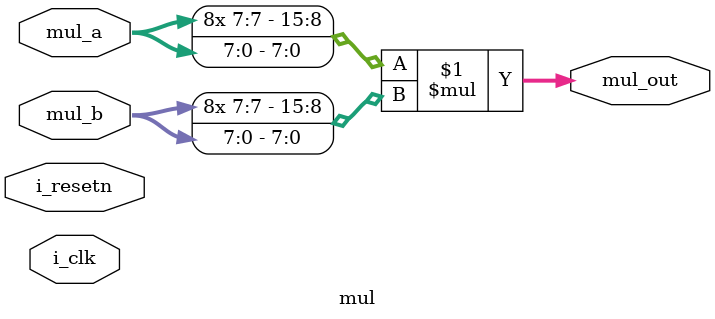
<source format=v>

module mul #(
// tb_rtl과 연결하는 부분의 parameter부분
 parameter A = 8,
 parameter B = 8,
 parameter MUL_0 = A+B
)
(
	input wire	i_clk	,
	input wire	i_resetn	,
	
	input wire	[A-1:0] mul_a,
	input wire	[B-1:0] mul_b,
	output wire	[MUL_0-1:0] mul_out
);

// output wire의 mul_out이 계산되는 부분

assign mul_out = $signed(mul_a) * $signed(mul_b); 
// 21ns에서 mul_a=48, mul_b=20값을 받아서 adder_out을 960으로 계산해서 내보내고
// 26ns에서 mul_a=-4, uml_b=2값을 받아서 adder_out을 -8으로 계산해서 내보냄-스크린샷

endmodule


</source>
